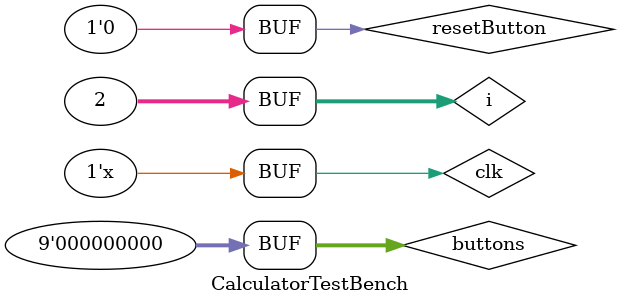
<source format=v>
module CalculatorTestBench();
    reg clk;
    reg[8:0] buttons;
    reg resetButton;
    wire[7:0] ss;
    wire[3:0] enables;
    wire[13:0] result;
    wire[7:0] number1;
    wire[7:0] number2;
    CalculatorSimulationVer c(.clk(clk), .buttons(buttons), .resetButton(resetButton), .ss(ss), .enables(enables), .result(result),.number1(number1), .number2(number2));
    integer i;
    initial begin
        clk = 0;
        //Initial State that must be inialized
        resetButton = 1;
        buttons = 0;
        #10
        resetButton = 0; // removing the reset Button
        #10
        for(i = 0; i < 9; i = i + 1) begin: incrementingD1
            #1
            buttons[0] = 1;
            #1
            buttons[0] = 0;
        end
        buttons[0] = 0;
        for(i = 0; i < 9; i = i + 1) begin: incrementingD2
            #1
            buttons[1] = 1;
            #1
            buttons[1] = 0;
        end
        buttons[1] = 0;
        for(i = 0; i < 9; i = i + 1) begin: incrementingD3
            #1
            buttons[2] = 1;
            #1
            buttons[2] = 0;
        end
        buttons[2] = 0;
        for(i = 0; i < 9; i = i + 1) begin: incrementingD4
            #1
            buttons[3] = 1;
            #1
            buttons[3] = 0;
        end
        buttons[3] = 0;
       #5
       //test 1: Adding the results (expected 198) Time: 97ns to 120ns
       buttons[4] = 1;
       #20
       buttons[4] = 0;
       #5
       buttons[6] = 1; // Test 2: multiplication (expected 9801) Time: 120ns to 147ns
       #20
       buttons[6] = 0;
       #5
       buttons[5] = 1; // Test 3: Subtraction (expected 0) Time: 147ns to 171ns
       #20
       buttons[5] = 0;
       #5
       buttons[7] = 1; // Test 4: division (expected 1) Time: 171ns to 195ns
       #20
       buttons[7] = 0;
       #5
       buttons[8] = 1; // Test 5: showing both numbers (expected 9999) Time: 195ns to 220ns
       #20 
       buttons[8] = 0;
       #5
       //Putting the first number to be 98
       for(i = 0; i < 9; i = i + 1) begin: settingD1To8
           #1
           buttons[0] = 1;
           #1
           buttons[0] = 0;
       end
       buttons[0] = 0;
       #5
       buttons[8] = 1; // Test 6: Showing both numbers after change (9998) Time: 240ns to 270ns
       #20
       buttons[8] = 0;
       #5
       buttons[5] = 1; // Test 7: Subtraction (expected 1) Time: 270ns to 320ns
       #20
       buttons[5] = 0;
       #5
       buttons[7] = 1; // Test 8: division (expected 1) Time: 270ns to 320ns
       #20
       buttons[7] = 0;
       #5
       buttons[8] = 1; // Test 9: Showing both numbers after change (9998) Time: 320ns to 342ns
       #20
       buttons[8] = 0;
       for(i = 0; i < 4; i = i + 1) begin: puttingD4To3
        #1
        buttons[3] = 1;
        #1
        buttons[3] = 0;      
       end
       buttons[3] = 0;
       for(i = 0; i < 3; i = i + 1) begin: puttingD3To2
        #1
        buttons[2] = 1;
        #1
        buttons[2] = 0;      
       end
       buttons[2] = 0;
       #5
       buttons[8] = 1; // Test 10: Showing both numbers after change (3298) Time: 354ns to 384ns
       #20
       buttons[8] = 0;
       #5
       buttons[5] = 1; // Test 11: subtraction (expected 66 "The negative sign shows in the FPGA") Time: 384ns to 408ns
       #20
       buttons[5] = 0;
       #5
       buttons[7] = 1; // Test 12: division (expected 0) Time: 409ns to 434ns
       #20
       buttons[7] = 0;       
       #5
       buttons[6] = 1; // Test 13: Multiplication (expected 3136) Time: 434ns to 459ns
       #20
       buttons[6] = 0;     
       #5
       buttons[8] = 1; // Test 14: Showing the original number (expected 3298) Time: 459ns to 481ns
       #20
       buttons[8] = 0;
       for(i = 0; i < 2; i = i + 1) begin: puttingD1To0
        #1
        buttons[0] = 1;
        #1
        buttons[0] = 0;
       end
       buttons[0] = 0;
       for(i = 0; i < 2; i = i + 1) begin: puttingD2To1
        #1
        buttons[1] = 1;
        #1
        buttons[1] = 0;
       end
       buttons[1] = 0;
       #5
       buttons[8] = 1; // Test 15: Showing the number (expected 3210) Time: 487ns to 515ns
       #20
       buttons[8] = 0;       
       #5
       buttons[7] = 1; // Test 16: Division (expected 3) Time: 515ns+
       #20
       buttons[7] = 0;
       
       
    end
    always
        #1 clk = ~clk;
    
endmodule

</source>
